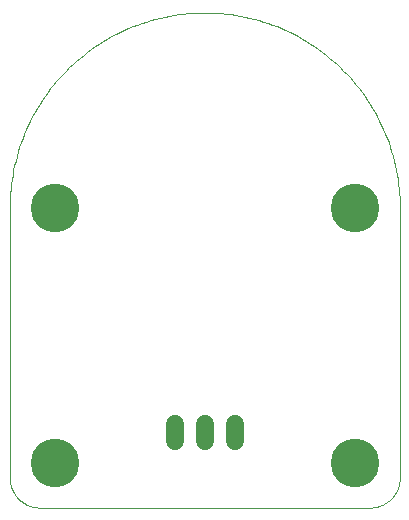
<source format=gbs>
G75*
%MOIN*%
%OFA0B0*%
%FSLAX25Y25*%
%IPPOS*%
%LPD*%
%AMOC8*
5,1,8,0,0,1.08239X$1,22.5*
%
%ADD10C,0.05943*%
%ADD11C,0.00000*%
%ADD12C,0.16211*%
D10*
X0061800Y0051234D02*
X0061800Y0056778D01*
X0071800Y0056778D02*
X0071800Y0051234D01*
X0081800Y0051234D02*
X0081800Y0056778D01*
D11*
X0126800Y0029006D02*
X0016800Y0029006D01*
X0016558Y0029009D01*
X0016317Y0029018D01*
X0016076Y0029032D01*
X0015835Y0029053D01*
X0015595Y0029079D01*
X0015355Y0029111D01*
X0015116Y0029149D01*
X0014879Y0029192D01*
X0014642Y0029242D01*
X0014407Y0029297D01*
X0014173Y0029357D01*
X0013941Y0029424D01*
X0013710Y0029495D01*
X0013481Y0029573D01*
X0013254Y0029656D01*
X0013029Y0029744D01*
X0012806Y0029838D01*
X0012586Y0029937D01*
X0012368Y0030042D01*
X0012153Y0030151D01*
X0011940Y0030266D01*
X0011730Y0030386D01*
X0011524Y0030511D01*
X0011320Y0030641D01*
X0011119Y0030776D01*
X0010922Y0030916D01*
X0010728Y0031060D01*
X0010538Y0031209D01*
X0010352Y0031363D01*
X0010169Y0031521D01*
X0009990Y0031683D01*
X0009815Y0031850D01*
X0009644Y0032021D01*
X0009477Y0032196D01*
X0009315Y0032375D01*
X0009157Y0032558D01*
X0009003Y0032744D01*
X0008854Y0032934D01*
X0008710Y0033128D01*
X0008570Y0033325D01*
X0008435Y0033526D01*
X0008305Y0033730D01*
X0008180Y0033936D01*
X0008060Y0034146D01*
X0007945Y0034359D01*
X0007836Y0034574D01*
X0007731Y0034792D01*
X0007632Y0035012D01*
X0007538Y0035235D01*
X0007450Y0035460D01*
X0007367Y0035687D01*
X0007289Y0035916D01*
X0007218Y0036147D01*
X0007151Y0036379D01*
X0007091Y0036613D01*
X0007036Y0036848D01*
X0006986Y0037085D01*
X0006943Y0037322D01*
X0006905Y0037561D01*
X0006873Y0037801D01*
X0006847Y0038041D01*
X0006826Y0038282D01*
X0006812Y0038523D01*
X0006803Y0038764D01*
X0006800Y0039006D01*
X0006800Y0129006D01*
X0006819Y0130589D01*
X0006877Y0132171D01*
X0006973Y0133751D01*
X0007108Y0135328D01*
X0007281Y0136901D01*
X0007493Y0138470D01*
X0007742Y0140033D01*
X0008030Y0141590D01*
X0008355Y0143139D01*
X0008718Y0144680D01*
X0009118Y0146211D01*
X0009556Y0147732D01*
X0010030Y0149243D01*
X0010542Y0150741D01*
X0011089Y0152226D01*
X0011672Y0153697D01*
X0012291Y0155154D01*
X0012946Y0156596D01*
X0013635Y0158021D01*
X0014359Y0159428D01*
X0015117Y0160818D01*
X0015908Y0162189D01*
X0016733Y0163540D01*
X0017590Y0164871D01*
X0018480Y0166180D01*
X0019401Y0167468D01*
X0020353Y0168732D01*
X0021335Y0169973D01*
X0022348Y0171190D01*
X0023390Y0172382D01*
X0024460Y0173548D01*
X0025559Y0174687D01*
X0026685Y0175800D01*
X0027838Y0176884D01*
X0029017Y0177941D01*
X0030221Y0178968D01*
X0031450Y0179966D01*
X0032703Y0180933D01*
X0033979Y0181870D01*
X0035278Y0182775D01*
X0036598Y0183649D01*
X0037939Y0184490D01*
X0039300Y0185298D01*
X0040680Y0186072D01*
X0042079Y0186813D01*
X0043496Y0187520D01*
X0044929Y0188192D01*
X0046378Y0188829D01*
X0047842Y0189430D01*
X0049321Y0189995D01*
X0050813Y0190525D01*
X0052317Y0191017D01*
X0053833Y0191473D01*
X0055359Y0191892D01*
X0056896Y0192274D01*
X0058441Y0192618D01*
X0059994Y0192925D01*
X0061554Y0193193D01*
X0063120Y0193424D01*
X0064691Y0193616D01*
X0066266Y0193770D01*
X0067845Y0193886D01*
X0069426Y0193963D01*
X0071009Y0194001D01*
X0072591Y0194001D01*
X0074174Y0193963D01*
X0075755Y0193886D01*
X0077334Y0193770D01*
X0078909Y0193616D01*
X0080480Y0193424D01*
X0082046Y0193193D01*
X0083606Y0192925D01*
X0085159Y0192618D01*
X0086704Y0192274D01*
X0088241Y0191892D01*
X0089767Y0191473D01*
X0091283Y0191017D01*
X0092787Y0190525D01*
X0094279Y0189995D01*
X0095758Y0189430D01*
X0097222Y0188829D01*
X0098671Y0188192D01*
X0100104Y0187520D01*
X0101521Y0186813D01*
X0102920Y0186072D01*
X0104300Y0185298D01*
X0105661Y0184490D01*
X0107002Y0183649D01*
X0108322Y0182775D01*
X0109621Y0181870D01*
X0110897Y0180933D01*
X0112150Y0179966D01*
X0113379Y0178968D01*
X0114583Y0177941D01*
X0115762Y0176884D01*
X0116915Y0175800D01*
X0118041Y0174687D01*
X0119140Y0173548D01*
X0120210Y0172382D01*
X0121252Y0171190D01*
X0122265Y0169973D01*
X0123247Y0168732D01*
X0124199Y0167468D01*
X0125120Y0166180D01*
X0126010Y0164871D01*
X0126867Y0163540D01*
X0127692Y0162189D01*
X0128483Y0160818D01*
X0129241Y0159428D01*
X0129965Y0158021D01*
X0130654Y0156596D01*
X0131309Y0155154D01*
X0131928Y0153697D01*
X0132511Y0152226D01*
X0133058Y0150741D01*
X0133570Y0149243D01*
X0134044Y0147732D01*
X0134482Y0146211D01*
X0134882Y0144680D01*
X0135245Y0143139D01*
X0135570Y0141590D01*
X0135858Y0140033D01*
X0136107Y0138470D01*
X0136319Y0136901D01*
X0136492Y0135328D01*
X0136627Y0133751D01*
X0136723Y0132171D01*
X0136781Y0130589D01*
X0136800Y0129006D01*
X0136800Y0039006D01*
X0136797Y0038764D01*
X0136788Y0038523D01*
X0136774Y0038282D01*
X0136753Y0038041D01*
X0136727Y0037801D01*
X0136695Y0037561D01*
X0136657Y0037322D01*
X0136614Y0037085D01*
X0136564Y0036848D01*
X0136509Y0036613D01*
X0136449Y0036379D01*
X0136382Y0036147D01*
X0136311Y0035916D01*
X0136233Y0035687D01*
X0136150Y0035460D01*
X0136062Y0035235D01*
X0135968Y0035012D01*
X0135869Y0034792D01*
X0135764Y0034574D01*
X0135655Y0034359D01*
X0135540Y0034146D01*
X0135420Y0033936D01*
X0135295Y0033730D01*
X0135165Y0033526D01*
X0135030Y0033325D01*
X0134890Y0033128D01*
X0134746Y0032934D01*
X0134597Y0032744D01*
X0134443Y0032558D01*
X0134285Y0032375D01*
X0134123Y0032196D01*
X0133956Y0032021D01*
X0133785Y0031850D01*
X0133610Y0031683D01*
X0133431Y0031521D01*
X0133248Y0031363D01*
X0133062Y0031209D01*
X0132872Y0031060D01*
X0132678Y0030916D01*
X0132481Y0030776D01*
X0132280Y0030641D01*
X0132076Y0030511D01*
X0131870Y0030386D01*
X0131660Y0030266D01*
X0131447Y0030151D01*
X0131232Y0030042D01*
X0131014Y0029937D01*
X0130794Y0029838D01*
X0130571Y0029744D01*
X0130346Y0029656D01*
X0130119Y0029573D01*
X0129890Y0029495D01*
X0129659Y0029424D01*
X0129427Y0029357D01*
X0129193Y0029297D01*
X0128958Y0029242D01*
X0128721Y0029192D01*
X0128484Y0029149D01*
X0128245Y0029111D01*
X0128005Y0029079D01*
X0127765Y0029053D01*
X0127524Y0029032D01*
X0127283Y0029018D01*
X0127042Y0029009D01*
X0126800Y0029006D01*
D12*
X0121800Y0044006D03*
X0121800Y0129006D03*
X0021800Y0129006D03*
X0021800Y0044006D03*
M02*

</source>
